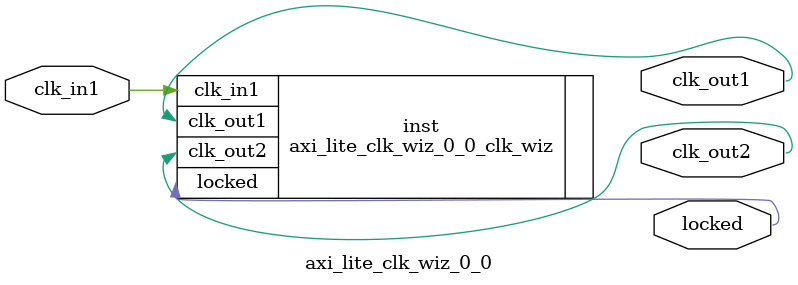
<source format=v>


`timescale 1ps/1ps

(* CORE_GENERATION_INFO = "axi_lite_clk_wiz_0_0,clk_wiz_v5_4_3_0,{component_name=axi_lite_clk_wiz_0_0,use_phase_alignment=true,use_min_o_jitter=false,use_max_i_jitter=false,use_dyn_phase_shift=false,use_inclk_switchover=false,use_dyn_reconfig=false,enable_axi=0,feedback_source=FDBK_AUTO,PRIMITIVE=MMCM,num_out_clk=2,clkin1_period=20.000,clkin2_period=10.0,use_power_down=false,use_reset=false,use_locked=true,use_inclk_stopped=false,feedback_type=SINGLE,CLOCK_MGR_TYPE=NA,manual_override=false}" *)

module axi_lite_clk_wiz_0_0 
 (
  // Clock out ports
  output        clk_out1,
  output        clk_out2,
  // Status and control signals
  output        locked,
 // Clock in ports
  input         clk_in1
 );

  axi_lite_clk_wiz_0_0_clk_wiz inst
  (
  // Clock out ports  
  .clk_out1(clk_out1),
  .clk_out2(clk_out2),
  // Status and control signals               
  .locked(locked),
 // Clock in ports
  .clk_in1(clk_in1)
  );

endmodule

</source>
